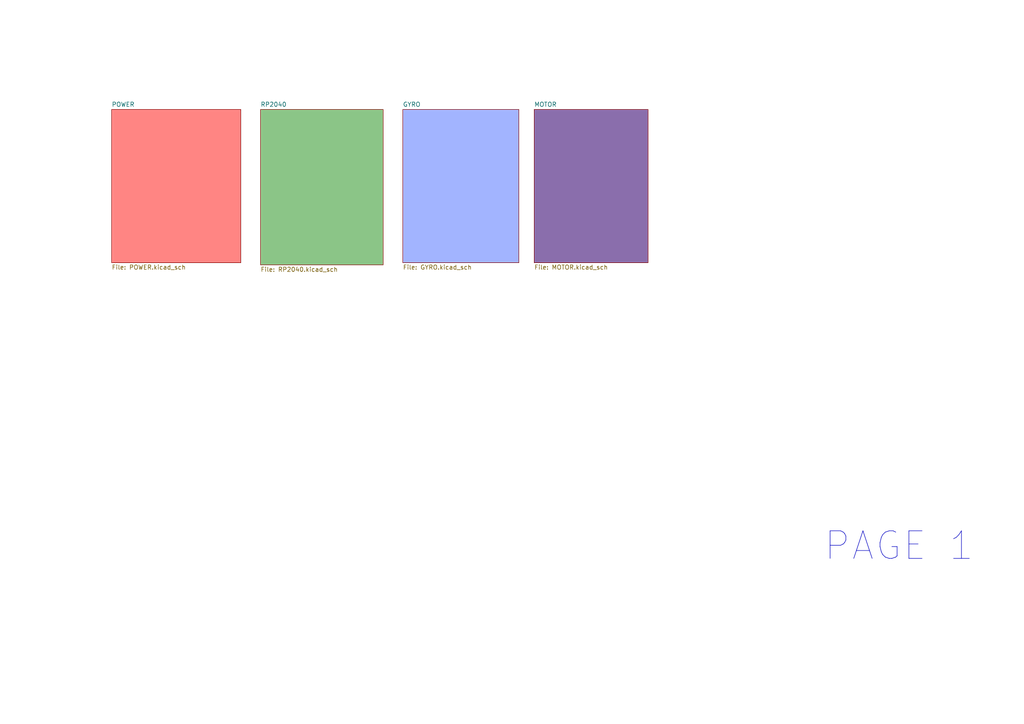
<source format=kicad_sch>
(kicad_sch (version 20211123) (generator eeschema)
  (paper "A4")
  (title_block (title "Gimble Board") (date "2022-07-04") (rev "0.2") (company "Emin Yaren"))
  (lib_symbols)
  (text "PAGE 1" (at 238.76 163.195 0) (effects (font (size 8 8)) (justify left bottom)))
  (sheet (at 32.385 31.75) (size 37.465 44.45) (stroke (width 0.1524)) (fill (color 255 133 131 1.0000))
    (property "Sheet name" "POWER" (at 32.385 31.0384 0) (effects (justify left bottom)))
    (property "Sheet file" "POWER.kicad_sch" (at 32.385 76.7846 0) (effects (justify left top)))
  )
  (sheet (at 154.94 31.75) (size 33.02 44.45) (stroke (width 0.1524)) (fill (color 138 110 172 1.0000))
    (property "Sheet name" "MOTOR" (at 154.94 31.0384 0) (effects (justify left bottom)))
    (property "Sheet file" "MOTOR.kicad_sch" (at 154.94 76.7846 0) (effects (justify left top)))
  )
  (sheet (at 75.565 31.75) (size 35.56 45.085) (stroke (width 0.1524)) (fill (color 139 197 135 1.0000))
    (property "Sheet name" "RP2040" (at 75.565 31.0384 0) (effects (justify left bottom)))
    (property "Sheet file" "RP2040.kicad_sch" (at 75.565 77.4196 0) (effects (justify left top)))
  )
  (sheet (at 116.84 31.75) (size 33.655 44.45) (stroke (width 0.1524)) (fill (color 162 180 255 1.0000))
    (property "Sheet name" "GYRO" (at 116.84 31.0384 0) (effects (justify left bottom)))
    (property "Sheet file" "GYRO.kicad_sch" (at 116.84 76.7846 0) (effects (justify left top)))
  )
)
</source>
